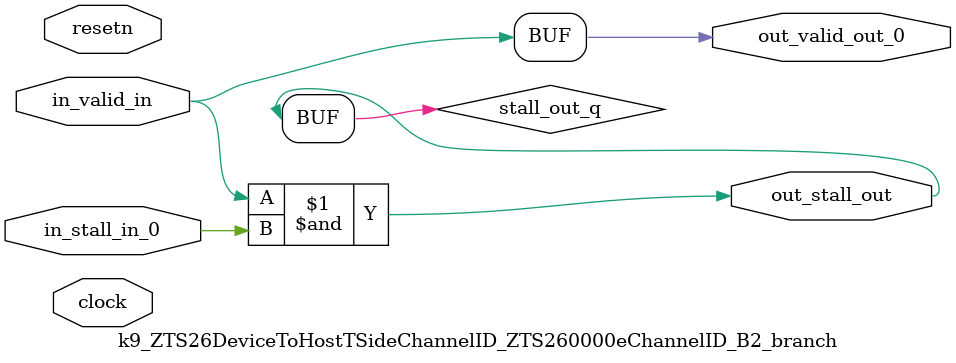
<source format=sv>



(* altera_attribute = "-name AUTO_SHIFT_REGISTER_RECOGNITION OFF; -name MESSAGE_DISABLE 10036; -name MESSAGE_DISABLE 10037; -name MESSAGE_DISABLE 14130; -name MESSAGE_DISABLE 14320; -name MESSAGE_DISABLE 15400; -name MESSAGE_DISABLE 14130; -name MESSAGE_DISABLE 10036; -name MESSAGE_DISABLE 12020; -name MESSAGE_DISABLE 12030; -name MESSAGE_DISABLE 12010; -name MESSAGE_DISABLE 12110; -name MESSAGE_DISABLE 14320; -name MESSAGE_DISABLE 13410; -name MESSAGE_DISABLE 113007; -name MESSAGE_DISABLE 10958" *)
module k9_ZTS26DeviceToHostTSideChannelID_ZTS260000eChannelID_B2_branch (
    input wire [0:0] in_stall_in_0,
    input wire [0:0] in_valid_in,
    output wire [0:0] out_stall_out,
    output wire [0:0] out_valid_out_0,
    input wire clock,
    input wire resetn
    );

    wire [0:0] stall_out_q;


    // stall_out(LOGICAL,6)
    assign stall_out_q = in_valid_in & in_stall_in_0;

    // out_stall_out(GPOUT,4)
    assign out_stall_out = stall_out_q;

    // out_valid_out_0(GPOUT,5)
    assign out_valid_out_0 = in_valid_in;

endmodule

</source>
